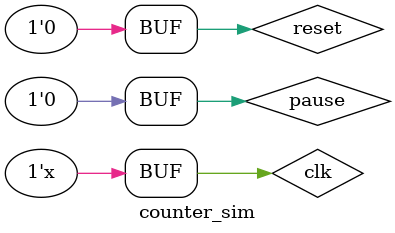
<source format=v>
`timescale 1ns / 1ps


module counter_sim();
    reg clk, reset, pause;
    wire carry_out;
    wire [5:0] up_counter;
    
    Numarator num(clk, reset, pauza, valoare_bin, carry_out);
    
    initial begin
        
        #50 clk = 0; reset = 1; pause = 0; //prima varianta de reset e bine sa ife cel ce opreste tot (reset = 1)
        #100 reset = 0;
   
    end
    always 
        #50 clk = !clk;
endmodule

</source>
